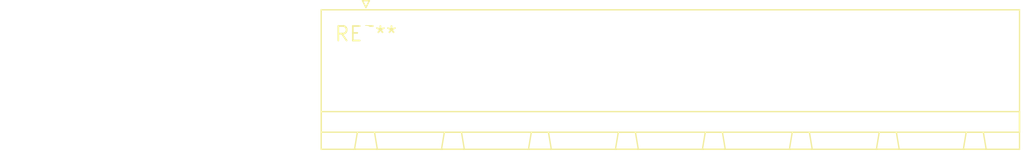
<source format=kicad_pcb>
(kicad_pcb (version 20240108) (generator pcbnew)
  (layers (0 "F.Cu" signal) (31 "B.Cu" signal) (34 "B.Paste" user) (35 "F.Paste" user) (36 "B.SilkS" user "B.Silkscreen") (37 "F.SilkS" user "F.Silkscreen") (38 "B.Mask" user) (39 "F.Mask" user) (44 "Edge.Cuts" user))
  (net 0 "")
  (footprint "PhoenixContact_GMSTBA_2,5_8-G-7,62_1x08_P7.62mm_Horizontal" (layer "F.Cu") (at 0 0)
    (property "Reference" "REF**")
    (property "Value" "PhoenixContact_GMSTBA_2,5_8-G-7,62_1x08_P7.62mm_Horizontal")
    (fp_line (start -3.92 -2.11) (end -3.92 10.11) (layer "F.SilkS") (stroke (width 0.12)))
    (fp_line (start -3.92 6.81) (end 57.26 6.81) (layer "F.SilkS") (stroke (width 0.12)))
    (fp_line (start -3.92 8.61) (end -3.92 6.81) (layer "F.SilkS") (stroke (width 0.12)))
    (fp_line (start -3.92 10.11) (end 57.26 10.11) (layer "F.SilkS") (stroke (width 0.12)))
    (fp_line (start -1 10.11) (end 1 10.11) (layer "F.SilkS") (stroke (width 0.12)))
    (fp_line (start -0.75 8.61) (end -1 10.11) (layer "F.SilkS") (stroke (width 0.12)))
    (fp_line (start -0.3 -2.91) (end 0.3 -2.91) (layer "F.SilkS") (stroke (width 0.12)))
    (fp_line (start 0 -2.31) (end -0.3 -2.91) (layer "F.SilkS") (stroke (width 0.12)))
    (fp_line (start 0.3 -2.91) (end 0 -2.31) (layer "F.SilkS") (stroke (width 0.12)))
    (fp_line (start 0.75 8.61) (end -0.75 8.61) (layer "F.SilkS") (stroke (width 0.12)))
    (fp_line (start 1 10.11) (end 0.75 8.61) (layer "F.SilkS") (stroke (width 0.12)))
    (fp_line (start 6.62 10.11) (end 8.62 10.11) (layer "F.SilkS") (stroke (width 0.12)))
    (fp_line (start 6.87 8.61) (end 6.62 10.11) (layer "F.SilkS") (stroke (width 0.12)))
    (fp_line (start 8.37 8.61) (end 6.87 8.61) (layer "F.SilkS") (stroke (width 0.12)))
    (fp_line (start 8.62 10.11) (end 8.37 8.61) (layer "F.SilkS") (stroke (width 0.12)))
    (fp_line (start 14.24 10.11) (end 16.24 10.11) (layer "F.SilkS") (stroke (width 0.12)))
    (fp_line (start 14.49 8.61) (end 14.24 10.11) (layer "F.SilkS") (stroke (width 0.12)))
    (fp_line (start 15.99 8.61) (end 14.49 8.61) (layer "F.SilkS") (stroke (width 0.12)))
    (fp_line (start 16.24 10.11) (end 15.99 8.61) (layer "F.SilkS") (stroke (width 0.12)))
    (fp_line (start 21.86 10.11) (end 23.86 10.11) (layer "F.SilkS") (stroke (width 0.12)))
    (fp_line (start 22.11 8.61) (end 21.86 10.11) (layer "F.SilkS") (stroke (width 0.12)))
    (fp_line (start 23.61 8.61) (end 22.11 8.61) (layer "F.SilkS") (stroke (width 0.12)))
    (fp_line (start 23.86 10.11) (end 23.61 8.61) (layer "F.SilkS") (stroke (width 0.12)))
    (fp_line (start 29.48 10.11) (end 31.48 10.11) (layer "F.SilkS") (stroke (width 0.12)))
    (fp_line (start 29.73 8.61) (end 29.48 10.11) (layer "F.SilkS") (stroke (width 0.12)))
    (fp_line (start 31.23 8.61) (end 29.73 8.61) (layer "F.SilkS") (stroke (width 0.12)))
    (fp_line (start 31.48 10.11) (end 31.23 8.61) (layer "F.SilkS") (stroke (width 0.12)))
    (fp_line (start 37.1 10.11) (end 39.1 10.11) (layer "F.SilkS") (stroke (width 0.12)))
    (fp_line (start 37.35 8.61) (end 37.1 10.11) (layer "F.SilkS") (stroke (width 0.12)))
    (fp_line (start 38.85 8.61) (end 37.35 8.61) (layer "F.SilkS") (stroke (width 0.12)))
    (fp_line (start 39.1 10.11) (end 38.85 8.61) (layer "F.SilkS") (stroke (width 0.12)))
    (fp_line (start 44.72 10.11) (end 46.72 10.11) (layer "F.SilkS") (stroke (width 0.12)))
    (fp_line (start 44.97 8.61) (end 44.72 10.11) (layer "F.SilkS") (stroke (width 0.12)))
    (fp_line (start 46.47 8.61) (end 44.97 8.61) (layer "F.SilkS") (stroke (width 0.12)))
    (fp_line (start 46.72 10.11) (end 46.47 8.61) (layer "F.SilkS") (stroke (width 0.12)))
    (fp_line (start 52.34 10.11) (end 54.34 10.11) (layer "F.SilkS") (stroke (width 0.12)))
    (fp_line (start 52.59 8.61) (end 52.34 10.11) (layer "F.SilkS") (stroke (width 0.12)))
    (fp_line (start 54.09 8.61) (end 52.59 8.61) (layer "F.SilkS") (stroke (width 0.12)))
    (fp_line (start 54.34 10.11) (end 54.09 8.61) (layer "F.SilkS") (stroke (width 0.12)))
    (fp_line (start 57.26 -2.11) (end -3.92 -2.11) (layer "F.SilkS") (stroke (width 0.12)))
    (fp_line (start 57.26 6.81) (end 57.26 8.61) (layer "F.SilkS") (stroke (width 0.12)))
    (fp_line (start 57.26 8.61) (end -3.92 8.61) (layer "F.SilkS") (stroke (width 0.12)))
    (fp_line (start 57.26 10.11) (end 57.26 -2.11) (layer "F.SilkS") (stroke (width 0.12)))
    (pad "1" thru_hole roundrect (at 0 0) (size 2.1 3.6) (drill 1.4) (layers *.Cu *.Mask) (remove_unused_layers) (roundrect_rratio 0.119048))
    (pad "2" thru_hole oval (at 7.62 0) (size 2.1 3.6) (drill 1.4) (layers *.Cu *.Mask) (remove_unused_layers))
    (pad "3" thru_hole oval (at 15.24 0) (size 2.1 3.6) (drill 1.4) (layers *.Cu *.Mask) (remove_unused_layers))
    (pad "4" thru_hole oval (at 22.86 0) (size 2.1 3.6) (drill 1.4) (layers *.Cu *.Mask) (remove_unused_layers))
    (pad "5" thru_hole oval (at 30.48 0) (size 2.1 3.6) (drill 1.4) (layers *.Cu *.Mask) (remove_unused_layers))
    (pad "6" thru_hole oval (at 38.1 0) (size 2.1 3.6) (drill 1.4) (layers *.Cu *.Mask) (remove_unused_layers))
    (pad "7" thru_hole oval (at 45.72 0) (size 2.1 3.6) (drill 1.4) (layers *.Cu *.Mask) (remove_unused_layers))
    (pad "8" thru_hole oval (at 53.34 0) (size 2.1 3.6) (drill 1.4) (layers *.Cu *.Mask) (remove_unused_layers))
  )
)
</source>
